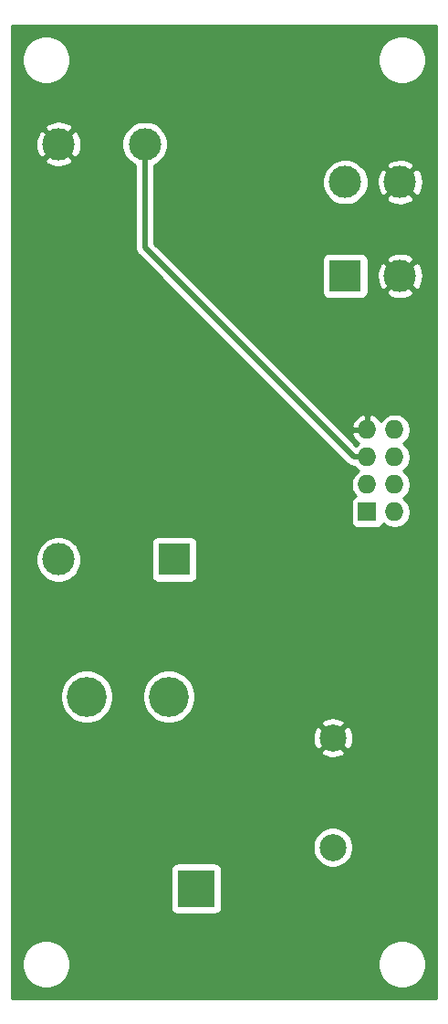
<source format=gbl>
G04 #@! TF.GenerationSoftware,KiCad,Pcbnew,(5.1.5)-3*
G04 #@! TF.CreationDate,2020-04-22T08:06:24-07:00*
G04 #@! TF.ProjectId,Plug_Pass_120V_AC_shield,506c7567-5f50-4617-9373-5f313230565f,rev?*
G04 #@! TF.SameCoordinates,Original*
G04 #@! TF.FileFunction,Copper,L2,Bot*
G04 #@! TF.FilePolarity,Positive*
%FSLAX46Y46*%
G04 Gerber Fmt 4.6, Leading zero omitted, Abs format (unit mm)*
G04 Created by KiCad (PCBNEW (5.1.5)-3) date 2020-04-22 08:06:24*
%MOMM*%
%LPD*%
G04 APERTURE LIST*
%ADD10R,3.000000X3.000000*%
%ADD11C,3.000000*%
%ADD12C,2.500000*%
%ADD13R,3.500000X3.500000*%
%ADD14C,3.700000*%
%ADD15O,1.727200X1.727200*%
%ADD16R,1.727200X1.727200*%
%ADD17C,0.508000*%
%ADD18C,0.254000*%
G04 APERTURE END LIST*
D10*
X193509900Y-100924360D03*
D11*
X190759900Y-62424360D03*
X182759900Y-100924360D03*
X182759900Y-62424360D03*
X214444580Y-65940440D03*
X214444580Y-74640440D03*
X209364580Y-65940440D03*
D10*
X209364580Y-74640440D03*
D12*
X208223040Y-127604520D03*
X208223040Y-117444520D03*
D13*
X195523040Y-131414520D03*
D14*
X192983040Y-113634520D03*
X185363040Y-113634520D03*
D15*
X213944200Y-88900000D03*
X211404200Y-88900000D03*
X213944200Y-91440000D03*
X211404200Y-91440000D03*
X213944200Y-93980000D03*
X211404200Y-93980000D03*
X213944200Y-96520000D03*
D16*
X211404200Y-96520000D03*
D17*
X190759900Y-64545680D02*
X190759900Y-62424360D01*
X190759900Y-72017014D02*
X190759900Y-64545680D01*
X210182886Y-91440000D02*
X190759900Y-72017014D01*
X211404200Y-91440000D02*
X210182886Y-91440000D01*
D18*
G36*
X217792301Y-141592300D02*
G01*
X178447700Y-141592300D01*
X178447700Y-138205296D01*
X179328539Y-138205296D01*
X179328539Y-138654704D01*
X179416214Y-139095478D01*
X179588196Y-139510677D01*
X179837874Y-139884347D01*
X180155653Y-140202126D01*
X180529323Y-140451804D01*
X180944522Y-140623786D01*
X181385296Y-140711461D01*
X181834704Y-140711461D01*
X182275478Y-140623786D01*
X182690677Y-140451804D01*
X183064347Y-140202126D01*
X183382126Y-139884347D01*
X183631804Y-139510677D01*
X183803786Y-139095478D01*
X183891461Y-138654704D01*
X183891461Y-138205296D01*
X212348539Y-138205296D01*
X212348539Y-138654704D01*
X212436214Y-139095478D01*
X212608196Y-139510677D01*
X212857874Y-139884347D01*
X213175653Y-140202126D01*
X213549323Y-140451804D01*
X213964522Y-140623786D01*
X214405296Y-140711461D01*
X214854704Y-140711461D01*
X215295478Y-140623786D01*
X215710677Y-140451804D01*
X216084347Y-140202126D01*
X216402126Y-139884347D01*
X216651804Y-139510677D01*
X216823786Y-139095478D01*
X216911461Y-138654704D01*
X216911461Y-138205296D01*
X216823786Y-137764522D01*
X216651804Y-137349323D01*
X216402126Y-136975653D01*
X216084347Y-136657874D01*
X215710677Y-136408196D01*
X215295478Y-136236214D01*
X214854704Y-136148539D01*
X214405296Y-136148539D01*
X213964522Y-136236214D01*
X213549323Y-136408196D01*
X213175653Y-136657874D01*
X212857874Y-136975653D01*
X212608196Y-137349323D01*
X212436214Y-137764522D01*
X212348539Y-138205296D01*
X183891461Y-138205296D01*
X183803786Y-137764522D01*
X183631804Y-137349323D01*
X183382126Y-136975653D01*
X183064347Y-136657874D01*
X182690677Y-136408196D01*
X182275478Y-136236214D01*
X181834704Y-136148539D01*
X181385296Y-136148539D01*
X180944522Y-136236214D01*
X180529323Y-136408196D01*
X180155653Y-136657874D01*
X179837874Y-136975653D01*
X179588196Y-137349323D01*
X179416214Y-137764522D01*
X179328539Y-138205296D01*
X178447700Y-138205296D01*
X178447700Y-129664520D01*
X193134968Y-129664520D01*
X193134968Y-133164520D01*
X193147228Y-133289002D01*
X193183538Y-133408700D01*
X193242503Y-133519014D01*
X193321855Y-133615705D01*
X193418546Y-133695057D01*
X193528860Y-133754022D01*
X193648558Y-133790332D01*
X193773040Y-133802592D01*
X197273040Y-133802592D01*
X197397522Y-133790332D01*
X197517220Y-133754022D01*
X197627534Y-133695057D01*
X197724225Y-133615705D01*
X197803577Y-133519014D01*
X197862542Y-133408700D01*
X197898852Y-133289002D01*
X197911112Y-133164520D01*
X197911112Y-129664520D01*
X197898852Y-129540038D01*
X197862542Y-129420340D01*
X197803577Y-129310026D01*
X197724225Y-129213335D01*
X197627534Y-129133983D01*
X197517220Y-129075018D01*
X197397522Y-129038708D01*
X197273040Y-129026448D01*
X193773040Y-129026448D01*
X193648558Y-129038708D01*
X193528860Y-129075018D01*
X193418546Y-129133983D01*
X193321855Y-129213335D01*
X193242503Y-129310026D01*
X193183538Y-129420340D01*
X193147228Y-129540038D01*
X193134968Y-129664520D01*
X178447700Y-129664520D01*
X178447700Y-127418864D01*
X206338040Y-127418864D01*
X206338040Y-127790176D01*
X206410479Y-128154354D01*
X206552574Y-128497402D01*
X206758865Y-128806138D01*
X207021422Y-129068695D01*
X207330158Y-129274986D01*
X207673206Y-129417081D01*
X208037384Y-129489520D01*
X208408696Y-129489520D01*
X208772874Y-129417081D01*
X209115922Y-129274986D01*
X209424658Y-129068695D01*
X209687215Y-128806138D01*
X209893506Y-128497402D01*
X210035601Y-128154354D01*
X210108040Y-127790176D01*
X210108040Y-127418864D01*
X210035601Y-127054686D01*
X209893506Y-126711638D01*
X209687215Y-126402902D01*
X209424658Y-126140345D01*
X209115922Y-125934054D01*
X208772874Y-125791959D01*
X208408696Y-125719520D01*
X208037384Y-125719520D01*
X207673206Y-125791959D01*
X207330158Y-125934054D01*
X207021422Y-126140345D01*
X206758865Y-126402902D01*
X206552574Y-126711638D01*
X206410479Y-127054686D01*
X206338040Y-127418864D01*
X178447700Y-127418864D01*
X178447700Y-118758125D01*
X207089040Y-118758125D01*
X207214954Y-119048097D01*
X207547166Y-119213953D01*
X207905352Y-119311810D01*
X208275746Y-119337909D01*
X208644115Y-119291245D01*
X208996302Y-119173614D01*
X209231126Y-119048097D01*
X209357040Y-118758125D01*
X208223040Y-117624125D01*
X207089040Y-118758125D01*
X178447700Y-118758125D01*
X178447700Y-117497226D01*
X206329651Y-117497226D01*
X206376315Y-117865595D01*
X206493946Y-118217782D01*
X206619463Y-118452606D01*
X206909435Y-118578520D01*
X208043435Y-117444520D01*
X208402645Y-117444520D01*
X209536645Y-118578520D01*
X209826617Y-118452606D01*
X209992473Y-118120394D01*
X210090330Y-117762208D01*
X210116429Y-117391814D01*
X210069765Y-117023445D01*
X209952134Y-116671258D01*
X209826617Y-116436434D01*
X209536645Y-116310520D01*
X208402645Y-117444520D01*
X208043435Y-117444520D01*
X206909435Y-116310520D01*
X206619463Y-116436434D01*
X206453607Y-116768646D01*
X206355750Y-117126832D01*
X206329651Y-117497226D01*
X178447700Y-117497226D01*
X178447700Y-116130915D01*
X207089040Y-116130915D01*
X208223040Y-117264915D01*
X209357040Y-116130915D01*
X209231126Y-115840943D01*
X208898914Y-115675087D01*
X208540728Y-115577230D01*
X208170334Y-115551131D01*
X207801965Y-115597795D01*
X207449778Y-115715426D01*
X207214954Y-115840943D01*
X207089040Y-116130915D01*
X178447700Y-116130915D01*
X178447700Y-113389769D01*
X182878040Y-113389769D01*
X182878040Y-113879271D01*
X182973537Y-114359368D01*
X183160861Y-114811609D01*
X183432814Y-115218615D01*
X183778945Y-115564746D01*
X184185951Y-115836699D01*
X184638192Y-116024023D01*
X185118289Y-116119520D01*
X185607791Y-116119520D01*
X186087888Y-116024023D01*
X186540129Y-115836699D01*
X186947135Y-115564746D01*
X187293266Y-115218615D01*
X187565219Y-114811609D01*
X187752543Y-114359368D01*
X187848040Y-113879271D01*
X187848040Y-113389769D01*
X190498040Y-113389769D01*
X190498040Y-113879271D01*
X190593537Y-114359368D01*
X190780861Y-114811609D01*
X191052814Y-115218615D01*
X191398945Y-115564746D01*
X191805951Y-115836699D01*
X192258192Y-116024023D01*
X192738289Y-116119520D01*
X193227791Y-116119520D01*
X193707888Y-116024023D01*
X194160129Y-115836699D01*
X194567135Y-115564746D01*
X194913266Y-115218615D01*
X195185219Y-114811609D01*
X195372543Y-114359368D01*
X195468040Y-113879271D01*
X195468040Y-113389769D01*
X195372543Y-112909672D01*
X195185219Y-112457431D01*
X194913266Y-112050425D01*
X194567135Y-111704294D01*
X194160129Y-111432341D01*
X193707888Y-111245017D01*
X193227791Y-111149520D01*
X192738289Y-111149520D01*
X192258192Y-111245017D01*
X191805951Y-111432341D01*
X191398945Y-111704294D01*
X191052814Y-112050425D01*
X190780861Y-112457431D01*
X190593537Y-112909672D01*
X190498040Y-113389769D01*
X187848040Y-113389769D01*
X187752543Y-112909672D01*
X187565219Y-112457431D01*
X187293266Y-112050425D01*
X186947135Y-111704294D01*
X186540129Y-111432341D01*
X186087888Y-111245017D01*
X185607791Y-111149520D01*
X185118289Y-111149520D01*
X184638192Y-111245017D01*
X184185951Y-111432341D01*
X183778945Y-111704294D01*
X183432814Y-112050425D01*
X183160861Y-112457431D01*
X182973537Y-112909672D01*
X182878040Y-113389769D01*
X178447700Y-113389769D01*
X178447700Y-100714081D01*
X180624900Y-100714081D01*
X180624900Y-101134639D01*
X180706947Y-101547116D01*
X180867888Y-101935662D01*
X181101537Y-102285343D01*
X181398917Y-102582723D01*
X181748598Y-102816372D01*
X182137144Y-102977313D01*
X182549621Y-103059360D01*
X182970179Y-103059360D01*
X183382656Y-102977313D01*
X183771202Y-102816372D01*
X184120883Y-102582723D01*
X184418263Y-102285343D01*
X184651912Y-101935662D01*
X184812853Y-101547116D01*
X184894900Y-101134639D01*
X184894900Y-100714081D01*
X184812853Y-100301604D01*
X184651912Y-99913058D01*
X184418263Y-99563377D01*
X184279246Y-99424360D01*
X191371828Y-99424360D01*
X191371828Y-102424360D01*
X191384088Y-102548842D01*
X191420398Y-102668540D01*
X191479363Y-102778854D01*
X191558715Y-102875545D01*
X191655406Y-102954897D01*
X191765720Y-103013862D01*
X191885418Y-103050172D01*
X192009900Y-103062432D01*
X195009900Y-103062432D01*
X195134382Y-103050172D01*
X195254080Y-103013862D01*
X195364394Y-102954897D01*
X195461085Y-102875545D01*
X195540437Y-102778854D01*
X195599402Y-102668540D01*
X195635712Y-102548842D01*
X195647972Y-102424360D01*
X195647972Y-99424360D01*
X195635712Y-99299878D01*
X195599402Y-99180180D01*
X195540437Y-99069866D01*
X195461085Y-98973175D01*
X195364394Y-98893823D01*
X195254080Y-98834858D01*
X195134382Y-98798548D01*
X195009900Y-98786288D01*
X192009900Y-98786288D01*
X191885418Y-98798548D01*
X191765720Y-98834858D01*
X191655406Y-98893823D01*
X191558715Y-98973175D01*
X191479363Y-99069866D01*
X191420398Y-99180180D01*
X191384088Y-99299878D01*
X191371828Y-99424360D01*
X184279246Y-99424360D01*
X184120883Y-99265997D01*
X183771202Y-99032348D01*
X183382656Y-98871407D01*
X182970179Y-98789360D01*
X182549621Y-98789360D01*
X182137144Y-98871407D01*
X181748598Y-99032348D01*
X181398917Y-99265997D01*
X181101537Y-99563377D01*
X180867888Y-99913058D01*
X180706947Y-100301604D01*
X180624900Y-100714081D01*
X178447700Y-100714081D01*
X178447700Y-63916013D01*
X181447852Y-63916013D01*
X181603862Y-64231574D01*
X181978645Y-64422380D01*
X182383451Y-64536404D01*
X182802724Y-64569262D01*
X183220351Y-64519694D01*
X183620283Y-64389603D01*
X183915938Y-64231574D01*
X184071948Y-63916013D01*
X182759900Y-62603965D01*
X181447852Y-63916013D01*
X178447700Y-63916013D01*
X178447700Y-62467184D01*
X180614998Y-62467184D01*
X180664566Y-62884811D01*
X180794657Y-63284743D01*
X180952686Y-63580398D01*
X181268247Y-63736408D01*
X182580295Y-62424360D01*
X182939505Y-62424360D01*
X184251553Y-63736408D01*
X184567114Y-63580398D01*
X184757920Y-63205615D01*
X184871944Y-62800809D01*
X184904802Y-62381536D01*
X184884927Y-62214081D01*
X188624900Y-62214081D01*
X188624900Y-62634639D01*
X188706947Y-63047116D01*
X188867888Y-63435662D01*
X189101537Y-63785343D01*
X189398917Y-64082723D01*
X189748598Y-64316372D01*
X189870900Y-64367031D01*
X189870900Y-64589346D01*
X189870901Y-64589356D01*
X189870900Y-71973354D01*
X189866600Y-72017014D01*
X189870900Y-72060674D01*
X189870900Y-72060680D01*
X189883764Y-72191287D01*
X189934597Y-72358864D01*
X190017147Y-72513304D01*
X190128241Y-72648673D01*
X190162164Y-72676513D01*
X209523392Y-92037742D01*
X209551227Y-92071659D01*
X209686595Y-92182753D01*
X209841035Y-92265303D01*
X209906944Y-92285296D01*
X210008610Y-92316136D01*
X210041810Y-92319406D01*
X210139219Y-92329000D01*
X210139225Y-92329000D01*
X210182885Y-92333300D01*
X210197754Y-92331836D01*
X210240161Y-92395302D01*
X210448898Y-92604039D01*
X210607481Y-92710000D01*
X210448898Y-92815961D01*
X210240161Y-93024698D01*
X210076158Y-93270147D01*
X209963190Y-93542875D01*
X209905600Y-93832401D01*
X209905600Y-94127599D01*
X209963190Y-94417125D01*
X210076158Y-94689853D01*
X210240161Y-94935302D01*
X210354223Y-95049364D01*
X210296420Y-95066898D01*
X210186106Y-95125863D01*
X210089415Y-95205215D01*
X210010063Y-95301906D01*
X209951098Y-95412220D01*
X209914788Y-95531918D01*
X209902528Y-95656400D01*
X209902528Y-97383600D01*
X209914788Y-97508082D01*
X209951098Y-97627780D01*
X210010063Y-97738094D01*
X210089415Y-97834785D01*
X210186106Y-97914137D01*
X210296420Y-97973102D01*
X210416118Y-98009412D01*
X210540600Y-98021672D01*
X212267800Y-98021672D01*
X212392282Y-98009412D01*
X212511980Y-97973102D01*
X212622294Y-97914137D01*
X212718985Y-97834785D01*
X212798337Y-97738094D01*
X212857302Y-97627780D01*
X212874836Y-97569977D01*
X212988898Y-97684039D01*
X213234347Y-97848042D01*
X213507075Y-97961010D01*
X213796601Y-98018600D01*
X214091799Y-98018600D01*
X214381325Y-97961010D01*
X214654053Y-97848042D01*
X214899502Y-97684039D01*
X215108239Y-97475302D01*
X215272242Y-97229853D01*
X215385210Y-96957125D01*
X215442800Y-96667599D01*
X215442800Y-96372401D01*
X215385210Y-96082875D01*
X215272242Y-95810147D01*
X215108239Y-95564698D01*
X214899502Y-95355961D01*
X214740919Y-95250000D01*
X214899502Y-95144039D01*
X215108239Y-94935302D01*
X215272242Y-94689853D01*
X215385210Y-94417125D01*
X215442800Y-94127599D01*
X215442800Y-93832401D01*
X215385210Y-93542875D01*
X215272242Y-93270147D01*
X215108239Y-93024698D01*
X214899502Y-92815961D01*
X214740919Y-92710000D01*
X214899502Y-92604039D01*
X215108239Y-92395302D01*
X215272242Y-92149853D01*
X215385210Y-91877125D01*
X215442800Y-91587599D01*
X215442800Y-91292401D01*
X215385210Y-91002875D01*
X215272242Y-90730147D01*
X215108239Y-90484698D01*
X214899502Y-90275961D01*
X214740919Y-90170000D01*
X214899502Y-90064039D01*
X215108239Y-89855302D01*
X215272242Y-89609853D01*
X215385210Y-89337125D01*
X215442800Y-89047599D01*
X215442800Y-88752401D01*
X215385210Y-88462875D01*
X215272242Y-88190147D01*
X215108239Y-87944698D01*
X214899502Y-87735961D01*
X214654053Y-87571958D01*
X214381325Y-87458990D01*
X214091799Y-87401400D01*
X213796601Y-87401400D01*
X213507075Y-87458990D01*
X213234347Y-87571958D01*
X212988898Y-87735961D01*
X212780161Y-87944698D01*
X212672508Y-88105813D01*
X212511054Y-87889707D01*
X212292688Y-87693183D01*
X212040178Y-87543036D01*
X211763227Y-87445037D01*
X211531200Y-87565536D01*
X211531200Y-88773000D01*
X211551200Y-88773000D01*
X211551200Y-89027000D01*
X211531200Y-89027000D01*
X211531200Y-89047000D01*
X211277200Y-89047000D01*
X211277200Y-89027000D01*
X210070383Y-89027000D01*
X209949242Y-89259026D01*
X209994978Y-89409814D01*
X210121516Y-89674944D01*
X210297346Y-89910293D01*
X210515712Y-90106817D01*
X210614303Y-90165441D01*
X210448898Y-90275961D01*
X210362490Y-90362369D01*
X208541095Y-88540974D01*
X209949242Y-88540974D01*
X210070383Y-88773000D01*
X211277200Y-88773000D01*
X211277200Y-87565536D01*
X211045173Y-87445037D01*
X210768222Y-87543036D01*
X210515712Y-87693183D01*
X210297346Y-87889707D01*
X210121516Y-88125056D01*
X209994978Y-88390186D01*
X209949242Y-88540974D01*
X208541095Y-88540974D01*
X193140561Y-73140440D01*
X207226508Y-73140440D01*
X207226508Y-76140440D01*
X207238768Y-76264922D01*
X207275078Y-76384620D01*
X207334043Y-76494934D01*
X207413395Y-76591625D01*
X207510086Y-76670977D01*
X207620400Y-76729942D01*
X207740098Y-76766252D01*
X207864580Y-76778512D01*
X210864580Y-76778512D01*
X210989062Y-76766252D01*
X211108760Y-76729942D01*
X211219074Y-76670977D01*
X211315765Y-76591625D01*
X211395117Y-76494934D01*
X211454082Y-76384620D01*
X211490392Y-76264922D01*
X211502652Y-76140440D01*
X211502652Y-76132093D01*
X213132532Y-76132093D01*
X213288542Y-76447654D01*
X213663325Y-76638460D01*
X214068131Y-76752484D01*
X214487404Y-76785342D01*
X214905031Y-76735774D01*
X215304963Y-76605683D01*
X215600618Y-76447654D01*
X215756628Y-76132093D01*
X214444580Y-74820045D01*
X213132532Y-76132093D01*
X211502652Y-76132093D01*
X211502652Y-74683264D01*
X212299678Y-74683264D01*
X212349246Y-75100891D01*
X212479337Y-75500823D01*
X212637366Y-75796478D01*
X212952927Y-75952488D01*
X214264975Y-74640440D01*
X214624185Y-74640440D01*
X215936233Y-75952488D01*
X216251794Y-75796478D01*
X216442600Y-75421695D01*
X216556624Y-75016889D01*
X216589482Y-74597616D01*
X216539914Y-74179989D01*
X216409823Y-73780057D01*
X216251794Y-73484402D01*
X215936233Y-73328392D01*
X214624185Y-74640440D01*
X214264975Y-74640440D01*
X212952927Y-73328392D01*
X212637366Y-73484402D01*
X212446560Y-73859185D01*
X212332536Y-74263991D01*
X212299678Y-74683264D01*
X211502652Y-74683264D01*
X211502652Y-73148787D01*
X213132532Y-73148787D01*
X214444580Y-74460835D01*
X215756628Y-73148787D01*
X215600618Y-72833226D01*
X215225835Y-72642420D01*
X214821029Y-72528396D01*
X214401756Y-72495538D01*
X213984129Y-72545106D01*
X213584197Y-72675197D01*
X213288542Y-72833226D01*
X213132532Y-73148787D01*
X211502652Y-73148787D01*
X211502652Y-73140440D01*
X211490392Y-73015958D01*
X211454082Y-72896260D01*
X211395117Y-72785946D01*
X211315765Y-72689255D01*
X211219074Y-72609903D01*
X211108760Y-72550938D01*
X210989062Y-72514628D01*
X210864580Y-72502368D01*
X207864580Y-72502368D01*
X207740098Y-72514628D01*
X207620400Y-72550938D01*
X207510086Y-72609903D01*
X207413395Y-72689255D01*
X207334043Y-72785946D01*
X207275078Y-72896260D01*
X207238768Y-73015958D01*
X207226508Y-73140440D01*
X193140561Y-73140440D01*
X191648900Y-71648779D01*
X191648900Y-65730161D01*
X207229580Y-65730161D01*
X207229580Y-66150719D01*
X207311627Y-66563196D01*
X207472568Y-66951742D01*
X207706217Y-67301423D01*
X208003597Y-67598803D01*
X208353278Y-67832452D01*
X208741824Y-67993393D01*
X209154301Y-68075440D01*
X209574859Y-68075440D01*
X209987336Y-67993393D01*
X210375882Y-67832452D01*
X210725563Y-67598803D01*
X210892273Y-67432093D01*
X213132532Y-67432093D01*
X213288542Y-67747654D01*
X213663325Y-67938460D01*
X214068131Y-68052484D01*
X214487404Y-68085342D01*
X214905031Y-68035774D01*
X215304963Y-67905683D01*
X215600618Y-67747654D01*
X215756628Y-67432093D01*
X214444580Y-66120045D01*
X213132532Y-67432093D01*
X210892273Y-67432093D01*
X211022943Y-67301423D01*
X211256592Y-66951742D01*
X211417533Y-66563196D01*
X211499580Y-66150719D01*
X211499580Y-65983264D01*
X212299678Y-65983264D01*
X212349246Y-66400891D01*
X212479337Y-66800823D01*
X212637366Y-67096478D01*
X212952927Y-67252488D01*
X214264975Y-65940440D01*
X214624185Y-65940440D01*
X215936233Y-67252488D01*
X216251794Y-67096478D01*
X216442600Y-66721695D01*
X216556624Y-66316889D01*
X216589482Y-65897616D01*
X216539914Y-65479989D01*
X216409823Y-65080057D01*
X216251794Y-64784402D01*
X215936233Y-64628392D01*
X214624185Y-65940440D01*
X214264975Y-65940440D01*
X212952927Y-64628392D01*
X212637366Y-64784402D01*
X212446560Y-65159185D01*
X212332536Y-65563991D01*
X212299678Y-65983264D01*
X211499580Y-65983264D01*
X211499580Y-65730161D01*
X211417533Y-65317684D01*
X211256592Y-64929138D01*
X211022943Y-64579457D01*
X210892273Y-64448787D01*
X213132532Y-64448787D01*
X214444580Y-65760835D01*
X215756628Y-64448787D01*
X215600618Y-64133226D01*
X215225835Y-63942420D01*
X214821029Y-63828396D01*
X214401756Y-63795538D01*
X213984129Y-63845106D01*
X213584197Y-63975197D01*
X213288542Y-64133226D01*
X213132532Y-64448787D01*
X210892273Y-64448787D01*
X210725563Y-64282077D01*
X210375882Y-64048428D01*
X209987336Y-63887487D01*
X209574859Y-63805440D01*
X209154301Y-63805440D01*
X208741824Y-63887487D01*
X208353278Y-64048428D01*
X208003597Y-64282077D01*
X207706217Y-64579457D01*
X207472568Y-64929138D01*
X207311627Y-65317684D01*
X207229580Y-65730161D01*
X191648900Y-65730161D01*
X191648900Y-64367031D01*
X191771202Y-64316372D01*
X192120883Y-64082723D01*
X192418263Y-63785343D01*
X192651912Y-63435662D01*
X192812853Y-63047116D01*
X192894900Y-62634639D01*
X192894900Y-62214081D01*
X192812853Y-61801604D01*
X192651912Y-61413058D01*
X192418263Y-61063377D01*
X192120883Y-60765997D01*
X191771202Y-60532348D01*
X191382656Y-60371407D01*
X190970179Y-60289360D01*
X190549621Y-60289360D01*
X190137144Y-60371407D01*
X189748598Y-60532348D01*
X189398917Y-60765997D01*
X189101537Y-61063377D01*
X188867888Y-61413058D01*
X188706947Y-61801604D01*
X188624900Y-62214081D01*
X184884927Y-62214081D01*
X184855234Y-61963909D01*
X184725143Y-61563977D01*
X184567114Y-61268322D01*
X184251553Y-61112312D01*
X182939505Y-62424360D01*
X182580295Y-62424360D01*
X181268247Y-61112312D01*
X180952686Y-61268322D01*
X180761880Y-61643105D01*
X180647856Y-62047911D01*
X180614998Y-62467184D01*
X178447700Y-62467184D01*
X178447700Y-60932707D01*
X181447852Y-60932707D01*
X182759900Y-62244755D01*
X184071948Y-60932707D01*
X183915938Y-60617146D01*
X183541155Y-60426340D01*
X183136349Y-60312316D01*
X182717076Y-60279458D01*
X182299449Y-60329026D01*
X181899517Y-60459117D01*
X181603862Y-60617146D01*
X181447852Y-60932707D01*
X178447700Y-60932707D01*
X178447700Y-54385296D01*
X179328539Y-54385296D01*
X179328539Y-54834704D01*
X179416214Y-55275478D01*
X179588196Y-55690677D01*
X179837874Y-56064347D01*
X180155653Y-56382126D01*
X180529323Y-56631804D01*
X180944522Y-56803786D01*
X181385296Y-56891461D01*
X181834704Y-56891461D01*
X182275478Y-56803786D01*
X182690677Y-56631804D01*
X183064347Y-56382126D01*
X183382126Y-56064347D01*
X183631804Y-55690677D01*
X183803786Y-55275478D01*
X183891461Y-54834704D01*
X183891461Y-54385296D01*
X212348539Y-54385296D01*
X212348539Y-54834704D01*
X212436214Y-55275478D01*
X212608196Y-55690677D01*
X212857874Y-56064347D01*
X213175653Y-56382126D01*
X213549323Y-56631804D01*
X213964522Y-56803786D01*
X214405296Y-56891461D01*
X214854704Y-56891461D01*
X215295478Y-56803786D01*
X215710677Y-56631804D01*
X216084347Y-56382126D01*
X216402126Y-56064347D01*
X216651804Y-55690677D01*
X216823786Y-55275478D01*
X216911461Y-54834704D01*
X216911461Y-54385296D01*
X216823786Y-53944522D01*
X216651804Y-53529323D01*
X216402126Y-53155653D01*
X216084347Y-52837874D01*
X215710677Y-52588196D01*
X215295478Y-52416214D01*
X214854704Y-52328539D01*
X214405296Y-52328539D01*
X213964522Y-52416214D01*
X213549323Y-52588196D01*
X213175653Y-52837874D01*
X212857874Y-53155653D01*
X212608196Y-53529323D01*
X212436214Y-53944522D01*
X212348539Y-54385296D01*
X183891461Y-54385296D01*
X183803786Y-53944522D01*
X183631804Y-53529323D01*
X183382126Y-53155653D01*
X183064347Y-52837874D01*
X182690677Y-52588196D01*
X182275478Y-52416214D01*
X181834704Y-52328539D01*
X181385296Y-52328539D01*
X180944522Y-52416214D01*
X180529323Y-52588196D01*
X180155653Y-52837874D01*
X179837874Y-53155653D01*
X179588196Y-53529323D01*
X179416214Y-53944522D01*
X179328539Y-54385296D01*
X178447700Y-54385296D01*
X178447700Y-51447700D01*
X217792300Y-51447700D01*
X217792301Y-141592300D01*
G37*
X217792301Y-141592300D02*
X178447700Y-141592300D01*
X178447700Y-138205296D01*
X179328539Y-138205296D01*
X179328539Y-138654704D01*
X179416214Y-139095478D01*
X179588196Y-139510677D01*
X179837874Y-139884347D01*
X180155653Y-140202126D01*
X180529323Y-140451804D01*
X180944522Y-140623786D01*
X181385296Y-140711461D01*
X181834704Y-140711461D01*
X182275478Y-140623786D01*
X182690677Y-140451804D01*
X183064347Y-140202126D01*
X183382126Y-139884347D01*
X183631804Y-139510677D01*
X183803786Y-139095478D01*
X183891461Y-138654704D01*
X183891461Y-138205296D01*
X212348539Y-138205296D01*
X212348539Y-138654704D01*
X212436214Y-139095478D01*
X212608196Y-139510677D01*
X212857874Y-139884347D01*
X213175653Y-140202126D01*
X213549323Y-140451804D01*
X213964522Y-140623786D01*
X214405296Y-140711461D01*
X214854704Y-140711461D01*
X215295478Y-140623786D01*
X215710677Y-140451804D01*
X216084347Y-140202126D01*
X216402126Y-139884347D01*
X216651804Y-139510677D01*
X216823786Y-139095478D01*
X216911461Y-138654704D01*
X216911461Y-138205296D01*
X216823786Y-137764522D01*
X216651804Y-137349323D01*
X216402126Y-136975653D01*
X216084347Y-136657874D01*
X215710677Y-136408196D01*
X215295478Y-136236214D01*
X214854704Y-136148539D01*
X214405296Y-136148539D01*
X213964522Y-136236214D01*
X213549323Y-136408196D01*
X213175653Y-136657874D01*
X212857874Y-136975653D01*
X212608196Y-137349323D01*
X212436214Y-137764522D01*
X212348539Y-138205296D01*
X183891461Y-138205296D01*
X183803786Y-137764522D01*
X183631804Y-137349323D01*
X183382126Y-136975653D01*
X183064347Y-136657874D01*
X182690677Y-136408196D01*
X182275478Y-136236214D01*
X181834704Y-136148539D01*
X181385296Y-136148539D01*
X180944522Y-136236214D01*
X180529323Y-136408196D01*
X180155653Y-136657874D01*
X179837874Y-136975653D01*
X179588196Y-137349323D01*
X179416214Y-137764522D01*
X179328539Y-138205296D01*
X178447700Y-138205296D01*
X178447700Y-129664520D01*
X193134968Y-129664520D01*
X193134968Y-133164520D01*
X193147228Y-133289002D01*
X193183538Y-133408700D01*
X193242503Y-133519014D01*
X193321855Y-133615705D01*
X193418546Y-133695057D01*
X193528860Y-133754022D01*
X193648558Y-133790332D01*
X193773040Y-133802592D01*
X197273040Y-133802592D01*
X197397522Y-133790332D01*
X197517220Y-133754022D01*
X197627534Y-133695057D01*
X197724225Y-133615705D01*
X197803577Y-133519014D01*
X197862542Y-133408700D01*
X197898852Y-133289002D01*
X197911112Y-133164520D01*
X197911112Y-129664520D01*
X197898852Y-129540038D01*
X197862542Y-129420340D01*
X197803577Y-129310026D01*
X197724225Y-129213335D01*
X197627534Y-129133983D01*
X197517220Y-129075018D01*
X197397522Y-129038708D01*
X197273040Y-129026448D01*
X193773040Y-129026448D01*
X193648558Y-129038708D01*
X193528860Y-129075018D01*
X193418546Y-129133983D01*
X193321855Y-129213335D01*
X193242503Y-129310026D01*
X193183538Y-129420340D01*
X193147228Y-129540038D01*
X193134968Y-129664520D01*
X178447700Y-129664520D01*
X178447700Y-127418864D01*
X206338040Y-127418864D01*
X206338040Y-127790176D01*
X206410479Y-128154354D01*
X206552574Y-128497402D01*
X206758865Y-128806138D01*
X207021422Y-129068695D01*
X207330158Y-129274986D01*
X207673206Y-129417081D01*
X208037384Y-129489520D01*
X208408696Y-129489520D01*
X208772874Y-129417081D01*
X209115922Y-129274986D01*
X209424658Y-129068695D01*
X209687215Y-128806138D01*
X209893506Y-128497402D01*
X210035601Y-128154354D01*
X210108040Y-127790176D01*
X210108040Y-127418864D01*
X210035601Y-127054686D01*
X209893506Y-126711638D01*
X209687215Y-126402902D01*
X209424658Y-126140345D01*
X209115922Y-125934054D01*
X208772874Y-125791959D01*
X208408696Y-125719520D01*
X208037384Y-125719520D01*
X207673206Y-125791959D01*
X207330158Y-125934054D01*
X207021422Y-126140345D01*
X206758865Y-126402902D01*
X206552574Y-126711638D01*
X206410479Y-127054686D01*
X206338040Y-127418864D01*
X178447700Y-127418864D01*
X178447700Y-118758125D01*
X207089040Y-118758125D01*
X207214954Y-119048097D01*
X207547166Y-119213953D01*
X207905352Y-119311810D01*
X208275746Y-119337909D01*
X208644115Y-119291245D01*
X208996302Y-119173614D01*
X209231126Y-119048097D01*
X209357040Y-118758125D01*
X208223040Y-117624125D01*
X207089040Y-118758125D01*
X178447700Y-118758125D01*
X178447700Y-117497226D01*
X206329651Y-117497226D01*
X206376315Y-117865595D01*
X206493946Y-118217782D01*
X206619463Y-118452606D01*
X206909435Y-118578520D01*
X208043435Y-117444520D01*
X208402645Y-117444520D01*
X209536645Y-118578520D01*
X209826617Y-118452606D01*
X209992473Y-118120394D01*
X210090330Y-117762208D01*
X210116429Y-117391814D01*
X210069765Y-117023445D01*
X209952134Y-116671258D01*
X209826617Y-116436434D01*
X209536645Y-116310520D01*
X208402645Y-117444520D01*
X208043435Y-117444520D01*
X206909435Y-116310520D01*
X206619463Y-116436434D01*
X206453607Y-116768646D01*
X206355750Y-117126832D01*
X206329651Y-117497226D01*
X178447700Y-117497226D01*
X178447700Y-116130915D01*
X207089040Y-116130915D01*
X208223040Y-117264915D01*
X209357040Y-116130915D01*
X209231126Y-115840943D01*
X208898914Y-115675087D01*
X208540728Y-115577230D01*
X208170334Y-115551131D01*
X207801965Y-115597795D01*
X207449778Y-115715426D01*
X207214954Y-115840943D01*
X207089040Y-116130915D01*
X178447700Y-116130915D01*
X178447700Y-113389769D01*
X182878040Y-113389769D01*
X182878040Y-113879271D01*
X182973537Y-114359368D01*
X183160861Y-114811609D01*
X183432814Y-115218615D01*
X183778945Y-115564746D01*
X184185951Y-115836699D01*
X184638192Y-116024023D01*
X185118289Y-116119520D01*
X185607791Y-116119520D01*
X186087888Y-116024023D01*
X186540129Y-115836699D01*
X186947135Y-115564746D01*
X187293266Y-115218615D01*
X187565219Y-114811609D01*
X187752543Y-114359368D01*
X187848040Y-113879271D01*
X187848040Y-113389769D01*
X190498040Y-113389769D01*
X190498040Y-113879271D01*
X190593537Y-114359368D01*
X190780861Y-114811609D01*
X191052814Y-115218615D01*
X191398945Y-115564746D01*
X191805951Y-115836699D01*
X192258192Y-116024023D01*
X192738289Y-116119520D01*
X193227791Y-116119520D01*
X193707888Y-116024023D01*
X194160129Y-115836699D01*
X194567135Y-115564746D01*
X194913266Y-115218615D01*
X195185219Y-114811609D01*
X195372543Y-114359368D01*
X195468040Y-113879271D01*
X195468040Y-113389769D01*
X195372543Y-112909672D01*
X195185219Y-112457431D01*
X194913266Y-112050425D01*
X194567135Y-111704294D01*
X194160129Y-111432341D01*
X193707888Y-111245017D01*
X193227791Y-111149520D01*
X192738289Y-111149520D01*
X192258192Y-111245017D01*
X191805951Y-111432341D01*
X191398945Y-111704294D01*
X191052814Y-112050425D01*
X190780861Y-112457431D01*
X190593537Y-112909672D01*
X190498040Y-113389769D01*
X187848040Y-113389769D01*
X187752543Y-112909672D01*
X187565219Y-112457431D01*
X187293266Y-112050425D01*
X186947135Y-111704294D01*
X186540129Y-111432341D01*
X186087888Y-111245017D01*
X185607791Y-111149520D01*
X185118289Y-111149520D01*
X184638192Y-111245017D01*
X184185951Y-111432341D01*
X183778945Y-111704294D01*
X183432814Y-112050425D01*
X183160861Y-112457431D01*
X182973537Y-112909672D01*
X182878040Y-113389769D01*
X178447700Y-113389769D01*
X178447700Y-100714081D01*
X180624900Y-100714081D01*
X180624900Y-101134639D01*
X180706947Y-101547116D01*
X180867888Y-101935662D01*
X181101537Y-102285343D01*
X181398917Y-102582723D01*
X181748598Y-102816372D01*
X182137144Y-102977313D01*
X182549621Y-103059360D01*
X182970179Y-103059360D01*
X183382656Y-102977313D01*
X183771202Y-102816372D01*
X184120883Y-102582723D01*
X184418263Y-102285343D01*
X184651912Y-101935662D01*
X184812853Y-101547116D01*
X184894900Y-101134639D01*
X184894900Y-100714081D01*
X184812853Y-100301604D01*
X184651912Y-99913058D01*
X184418263Y-99563377D01*
X184279246Y-99424360D01*
X191371828Y-99424360D01*
X191371828Y-102424360D01*
X191384088Y-102548842D01*
X191420398Y-102668540D01*
X191479363Y-102778854D01*
X191558715Y-102875545D01*
X191655406Y-102954897D01*
X191765720Y-103013862D01*
X191885418Y-103050172D01*
X192009900Y-103062432D01*
X195009900Y-103062432D01*
X195134382Y-103050172D01*
X195254080Y-103013862D01*
X195364394Y-102954897D01*
X195461085Y-102875545D01*
X195540437Y-102778854D01*
X195599402Y-102668540D01*
X195635712Y-102548842D01*
X195647972Y-102424360D01*
X195647972Y-99424360D01*
X195635712Y-99299878D01*
X195599402Y-99180180D01*
X195540437Y-99069866D01*
X195461085Y-98973175D01*
X195364394Y-98893823D01*
X195254080Y-98834858D01*
X195134382Y-98798548D01*
X195009900Y-98786288D01*
X192009900Y-98786288D01*
X191885418Y-98798548D01*
X191765720Y-98834858D01*
X191655406Y-98893823D01*
X191558715Y-98973175D01*
X191479363Y-99069866D01*
X191420398Y-99180180D01*
X191384088Y-99299878D01*
X191371828Y-99424360D01*
X184279246Y-99424360D01*
X184120883Y-99265997D01*
X183771202Y-99032348D01*
X183382656Y-98871407D01*
X182970179Y-98789360D01*
X182549621Y-98789360D01*
X182137144Y-98871407D01*
X181748598Y-99032348D01*
X181398917Y-99265997D01*
X181101537Y-99563377D01*
X180867888Y-99913058D01*
X180706947Y-100301604D01*
X180624900Y-100714081D01*
X178447700Y-100714081D01*
X178447700Y-63916013D01*
X181447852Y-63916013D01*
X181603862Y-64231574D01*
X181978645Y-64422380D01*
X182383451Y-64536404D01*
X182802724Y-64569262D01*
X183220351Y-64519694D01*
X183620283Y-64389603D01*
X183915938Y-64231574D01*
X184071948Y-63916013D01*
X182759900Y-62603965D01*
X181447852Y-63916013D01*
X178447700Y-63916013D01*
X178447700Y-62467184D01*
X180614998Y-62467184D01*
X180664566Y-62884811D01*
X180794657Y-63284743D01*
X180952686Y-63580398D01*
X181268247Y-63736408D01*
X182580295Y-62424360D01*
X182939505Y-62424360D01*
X184251553Y-63736408D01*
X184567114Y-63580398D01*
X184757920Y-63205615D01*
X184871944Y-62800809D01*
X184904802Y-62381536D01*
X184884927Y-62214081D01*
X188624900Y-62214081D01*
X188624900Y-62634639D01*
X188706947Y-63047116D01*
X188867888Y-63435662D01*
X189101537Y-63785343D01*
X189398917Y-64082723D01*
X189748598Y-64316372D01*
X189870900Y-64367031D01*
X189870900Y-64589346D01*
X189870901Y-64589356D01*
X189870900Y-71973354D01*
X189866600Y-72017014D01*
X189870900Y-72060674D01*
X189870900Y-72060680D01*
X189883764Y-72191287D01*
X189934597Y-72358864D01*
X190017147Y-72513304D01*
X190128241Y-72648673D01*
X190162164Y-72676513D01*
X209523392Y-92037742D01*
X209551227Y-92071659D01*
X209686595Y-92182753D01*
X209841035Y-92265303D01*
X209906944Y-92285296D01*
X210008610Y-92316136D01*
X210041810Y-92319406D01*
X210139219Y-92329000D01*
X210139225Y-92329000D01*
X210182885Y-92333300D01*
X210197754Y-92331836D01*
X210240161Y-92395302D01*
X210448898Y-92604039D01*
X210607481Y-92710000D01*
X210448898Y-92815961D01*
X210240161Y-93024698D01*
X210076158Y-93270147D01*
X209963190Y-93542875D01*
X209905600Y-93832401D01*
X209905600Y-94127599D01*
X209963190Y-94417125D01*
X210076158Y-94689853D01*
X210240161Y-94935302D01*
X210354223Y-95049364D01*
X210296420Y-95066898D01*
X210186106Y-95125863D01*
X210089415Y-95205215D01*
X210010063Y-95301906D01*
X209951098Y-95412220D01*
X209914788Y-95531918D01*
X209902528Y-95656400D01*
X209902528Y-97383600D01*
X209914788Y-97508082D01*
X209951098Y-97627780D01*
X210010063Y-97738094D01*
X210089415Y-97834785D01*
X210186106Y-97914137D01*
X210296420Y-97973102D01*
X210416118Y-98009412D01*
X210540600Y-98021672D01*
X212267800Y-98021672D01*
X212392282Y-98009412D01*
X212511980Y-97973102D01*
X212622294Y-97914137D01*
X212718985Y-97834785D01*
X212798337Y-97738094D01*
X212857302Y-97627780D01*
X212874836Y-97569977D01*
X212988898Y-97684039D01*
X213234347Y-97848042D01*
X213507075Y-97961010D01*
X213796601Y-98018600D01*
X214091799Y-98018600D01*
X214381325Y-97961010D01*
X214654053Y-97848042D01*
X214899502Y-97684039D01*
X215108239Y-97475302D01*
X215272242Y-97229853D01*
X215385210Y-96957125D01*
X215442800Y-96667599D01*
X215442800Y-96372401D01*
X215385210Y-96082875D01*
X215272242Y-95810147D01*
X215108239Y-95564698D01*
X214899502Y-95355961D01*
X214740919Y-95250000D01*
X214899502Y-95144039D01*
X215108239Y-94935302D01*
X215272242Y-94689853D01*
X215385210Y-94417125D01*
X215442800Y-94127599D01*
X215442800Y-93832401D01*
X215385210Y-93542875D01*
X215272242Y-93270147D01*
X215108239Y-93024698D01*
X214899502Y-92815961D01*
X214740919Y-92710000D01*
X214899502Y-92604039D01*
X215108239Y-92395302D01*
X215272242Y-92149853D01*
X215385210Y-91877125D01*
X215442800Y-91587599D01*
X215442800Y-91292401D01*
X215385210Y-91002875D01*
X215272242Y-90730147D01*
X215108239Y-90484698D01*
X214899502Y-90275961D01*
X214740919Y-90170000D01*
X214899502Y-90064039D01*
X215108239Y-89855302D01*
X215272242Y-89609853D01*
X215385210Y-89337125D01*
X215442800Y-89047599D01*
X215442800Y-88752401D01*
X215385210Y-88462875D01*
X215272242Y-88190147D01*
X215108239Y-87944698D01*
X214899502Y-87735961D01*
X214654053Y-87571958D01*
X214381325Y-87458990D01*
X214091799Y-87401400D01*
X213796601Y-87401400D01*
X213507075Y-87458990D01*
X213234347Y-87571958D01*
X212988898Y-87735961D01*
X212780161Y-87944698D01*
X212672508Y-88105813D01*
X212511054Y-87889707D01*
X212292688Y-87693183D01*
X212040178Y-87543036D01*
X211763227Y-87445037D01*
X211531200Y-87565536D01*
X211531200Y-88773000D01*
X211551200Y-88773000D01*
X211551200Y-89027000D01*
X211531200Y-89027000D01*
X211531200Y-89047000D01*
X211277200Y-89047000D01*
X211277200Y-89027000D01*
X210070383Y-89027000D01*
X209949242Y-89259026D01*
X209994978Y-89409814D01*
X210121516Y-89674944D01*
X210297346Y-89910293D01*
X210515712Y-90106817D01*
X210614303Y-90165441D01*
X210448898Y-90275961D01*
X210362490Y-90362369D01*
X208541095Y-88540974D01*
X209949242Y-88540974D01*
X210070383Y-88773000D01*
X211277200Y-88773000D01*
X211277200Y-87565536D01*
X211045173Y-87445037D01*
X210768222Y-87543036D01*
X210515712Y-87693183D01*
X210297346Y-87889707D01*
X210121516Y-88125056D01*
X209994978Y-88390186D01*
X209949242Y-88540974D01*
X208541095Y-88540974D01*
X193140561Y-73140440D01*
X207226508Y-73140440D01*
X207226508Y-76140440D01*
X207238768Y-76264922D01*
X207275078Y-76384620D01*
X207334043Y-76494934D01*
X207413395Y-76591625D01*
X207510086Y-76670977D01*
X207620400Y-76729942D01*
X207740098Y-76766252D01*
X207864580Y-76778512D01*
X210864580Y-76778512D01*
X210989062Y-76766252D01*
X211108760Y-76729942D01*
X211219074Y-76670977D01*
X211315765Y-76591625D01*
X211395117Y-76494934D01*
X211454082Y-76384620D01*
X211490392Y-76264922D01*
X211502652Y-76140440D01*
X211502652Y-76132093D01*
X213132532Y-76132093D01*
X213288542Y-76447654D01*
X213663325Y-76638460D01*
X214068131Y-76752484D01*
X214487404Y-76785342D01*
X214905031Y-76735774D01*
X215304963Y-76605683D01*
X215600618Y-76447654D01*
X215756628Y-76132093D01*
X214444580Y-74820045D01*
X213132532Y-76132093D01*
X211502652Y-76132093D01*
X211502652Y-74683264D01*
X212299678Y-74683264D01*
X212349246Y-75100891D01*
X212479337Y-75500823D01*
X212637366Y-75796478D01*
X212952927Y-75952488D01*
X214264975Y-74640440D01*
X214624185Y-74640440D01*
X215936233Y-75952488D01*
X216251794Y-75796478D01*
X216442600Y-75421695D01*
X216556624Y-75016889D01*
X216589482Y-74597616D01*
X216539914Y-74179989D01*
X216409823Y-73780057D01*
X216251794Y-73484402D01*
X215936233Y-73328392D01*
X214624185Y-74640440D01*
X214264975Y-74640440D01*
X212952927Y-73328392D01*
X212637366Y-73484402D01*
X212446560Y-73859185D01*
X212332536Y-74263991D01*
X212299678Y-74683264D01*
X211502652Y-74683264D01*
X211502652Y-73148787D01*
X213132532Y-73148787D01*
X214444580Y-74460835D01*
X215756628Y-73148787D01*
X215600618Y-72833226D01*
X215225835Y-72642420D01*
X214821029Y-72528396D01*
X214401756Y-72495538D01*
X213984129Y-72545106D01*
X213584197Y-72675197D01*
X213288542Y-72833226D01*
X213132532Y-73148787D01*
X211502652Y-73148787D01*
X211502652Y-73140440D01*
X211490392Y-73015958D01*
X211454082Y-72896260D01*
X211395117Y-72785946D01*
X211315765Y-72689255D01*
X211219074Y-72609903D01*
X211108760Y-72550938D01*
X210989062Y-72514628D01*
X210864580Y-72502368D01*
X207864580Y-72502368D01*
X207740098Y-72514628D01*
X207620400Y-72550938D01*
X207510086Y-72609903D01*
X207413395Y-72689255D01*
X207334043Y-72785946D01*
X207275078Y-72896260D01*
X207238768Y-73015958D01*
X207226508Y-73140440D01*
X193140561Y-73140440D01*
X191648900Y-71648779D01*
X191648900Y-65730161D01*
X207229580Y-65730161D01*
X207229580Y-66150719D01*
X207311627Y-66563196D01*
X207472568Y-66951742D01*
X207706217Y-67301423D01*
X208003597Y-67598803D01*
X208353278Y-67832452D01*
X208741824Y-67993393D01*
X209154301Y-68075440D01*
X209574859Y-68075440D01*
X209987336Y-67993393D01*
X210375882Y-67832452D01*
X210725563Y-67598803D01*
X210892273Y-67432093D01*
X213132532Y-67432093D01*
X213288542Y-67747654D01*
X213663325Y-67938460D01*
X214068131Y-68052484D01*
X214487404Y-68085342D01*
X214905031Y-68035774D01*
X215304963Y-67905683D01*
X215600618Y-67747654D01*
X215756628Y-67432093D01*
X214444580Y-66120045D01*
X213132532Y-67432093D01*
X210892273Y-67432093D01*
X211022943Y-67301423D01*
X211256592Y-66951742D01*
X211417533Y-66563196D01*
X211499580Y-66150719D01*
X211499580Y-65983264D01*
X212299678Y-65983264D01*
X212349246Y-66400891D01*
X212479337Y-66800823D01*
X212637366Y-67096478D01*
X212952927Y-67252488D01*
X214264975Y-65940440D01*
X214624185Y-65940440D01*
X215936233Y-67252488D01*
X216251794Y-67096478D01*
X216442600Y-66721695D01*
X216556624Y-66316889D01*
X216589482Y-65897616D01*
X216539914Y-65479989D01*
X216409823Y-65080057D01*
X216251794Y-64784402D01*
X215936233Y-64628392D01*
X214624185Y-65940440D01*
X214264975Y-65940440D01*
X212952927Y-64628392D01*
X212637366Y-64784402D01*
X212446560Y-65159185D01*
X212332536Y-65563991D01*
X212299678Y-65983264D01*
X211499580Y-65983264D01*
X211499580Y-65730161D01*
X211417533Y-65317684D01*
X211256592Y-64929138D01*
X211022943Y-64579457D01*
X210892273Y-64448787D01*
X213132532Y-64448787D01*
X214444580Y-65760835D01*
X215756628Y-64448787D01*
X215600618Y-64133226D01*
X215225835Y-63942420D01*
X214821029Y-63828396D01*
X214401756Y-63795538D01*
X213984129Y-63845106D01*
X213584197Y-63975197D01*
X213288542Y-64133226D01*
X213132532Y-64448787D01*
X210892273Y-64448787D01*
X210725563Y-64282077D01*
X210375882Y-64048428D01*
X209987336Y-63887487D01*
X209574859Y-63805440D01*
X209154301Y-63805440D01*
X208741824Y-63887487D01*
X208353278Y-64048428D01*
X208003597Y-64282077D01*
X207706217Y-64579457D01*
X207472568Y-64929138D01*
X207311627Y-65317684D01*
X207229580Y-65730161D01*
X191648900Y-65730161D01*
X191648900Y-64367031D01*
X191771202Y-64316372D01*
X192120883Y-64082723D01*
X192418263Y-63785343D01*
X192651912Y-63435662D01*
X192812853Y-63047116D01*
X192894900Y-62634639D01*
X192894900Y-62214081D01*
X192812853Y-61801604D01*
X192651912Y-61413058D01*
X192418263Y-61063377D01*
X192120883Y-60765997D01*
X191771202Y-60532348D01*
X191382656Y-60371407D01*
X190970179Y-60289360D01*
X190549621Y-60289360D01*
X190137144Y-60371407D01*
X189748598Y-60532348D01*
X189398917Y-60765997D01*
X189101537Y-61063377D01*
X188867888Y-61413058D01*
X188706947Y-61801604D01*
X188624900Y-62214081D01*
X184884927Y-62214081D01*
X184855234Y-61963909D01*
X184725143Y-61563977D01*
X184567114Y-61268322D01*
X184251553Y-61112312D01*
X182939505Y-62424360D01*
X182580295Y-62424360D01*
X181268247Y-61112312D01*
X180952686Y-61268322D01*
X180761880Y-61643105D01*
X180647856Y-62047911D01*
X180614998Y-62467184D01*
X178447700Y-62467184D01*
X178447700Y-60932707D01*
X181447852Y-60932707D01*
X182759900Y-62244755D01*
X184071948Y-60932707D01*
X183915938Y-60617146D01*
X183541155Y-60426340D01*
X183136349Y-60312316D01*
X182717076Y-60279458D01*
X182299449Y-60329026D01*
X181899517Y-60459117D01*
X181603862Y-60617146D01*
X181447852Y-60932707D01*
X178447700Y-60932707D01*
X178447700Y-54385296D01*
X179328539Y-54385296D01*
X179328539Y-54834704D01*
X179416214Y-55275478D01*
X179588196Y-55690677D01*
X179837874Y-56064347D01*
X180155653Y-56382126D01*
X180529323Y-56631804D01*
X180944522Y-56803786D01*
X181385296Y-56891461D01*
X181834704Y-56891461D01*
X182275478Y-56803786D01*
X182690677Y-56631804D01*
X183064347Y-56382126D01*
X183382126Y-56064347D01*
X183631804Y-55690677D01*
X183803786Y-55275478D01*
X183891461Y-54834704D01*
X183891461Y-54385296D01*
X212348539Y-54385296D01*
X212348539Y-54834704D01*
X212436214Y-55275478D01*
X212608196Y-55690677D01*
X212857874Y-56064347D01*
X213175653Y-56382126D01*
X213549323Y-56631804D01*
X213964522Y-56803786D01*
X214405296Y-56891461D01*
X214854704Y-56891461D01*
X215295478Y-56803786D01*
X215710677Y-56631804D01*
X216084347Y-56382126D01*
X216402126Y-56064347D01*
X216651804Y-55690677D01*
X216823786Y-55275478D01*
X216911461Y-54834704D01*
X216911461Y-54385296D01*
X216823786Y-53944522D01*
X216651804Y-53529323D01*
X216402126Y-53155653D01*
X216084347Y-52837874D01*
X215710677Y-52588196D01*
X215295478Y-52416214D01*
X214854704Y-52328539D01*
X214405296Y-52328539D01*
X213964522Y-52416214D01*
X213549323Y-52588196D01*
X213175653Y-52837874D01*
X212857874Y-53155653D01*
X212608196Y-53529323D01*
X212436214Y-53944522D01*
X212348539Y-54385296D01*
X183891461Y-54385296D01*
X183803786Y-53944522D01*
X183631804Y-53529323D01*
X183382126Y-53155653D01*
X183064347Y-52837874D01*
X182690677Y-52588196D01*
X182275478Y-52416214D01*
X181834704Y-52328539D01*
X181385296Y-52328539D01*
X180944522Y-52416214D01*
X180529323Y-52588196D01*
X180155653Y-52837874D01*
X179837874Y-53155653D01*
X179588196Y-53529323D01*
X179416214Y-53944522D01*
X179328539Y-54385296D01*
X178447700Y-54385296D01*
X178447700Y-51447700D01*
X217792300Y-51447700D01*
X217792301Y-141592300D01*
M02*

</source>
